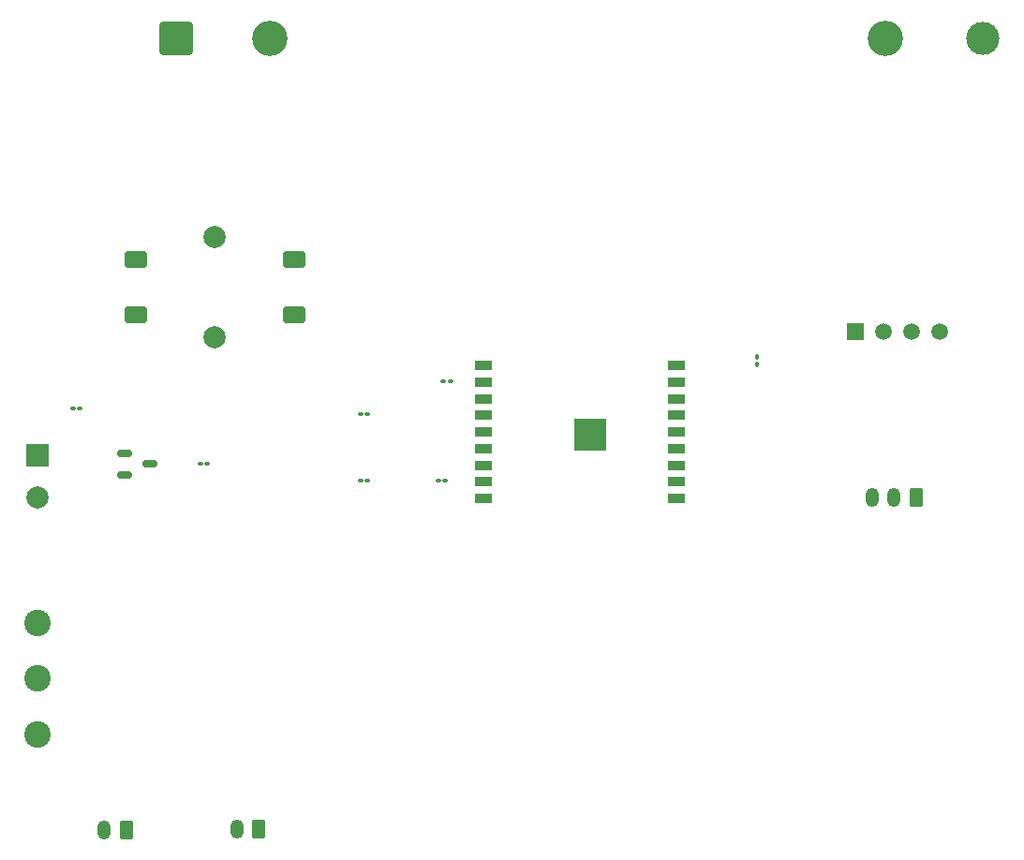
<source format=gbr>
%TF.GenerationSoftware,KiCad,Pcbnew,9.0.4*%
%TF.CreationDate,2025-10-18T23:37:39+08:00*%
%TF.ProjectId,schematics,73636865-6d61-4746-9963-732e6b696361,pre-release*%
%TF.SameCoordinates,Original*%
%TF.FileFunction,Soldermask,Top*%
%TF.FilePolarity,Negative*%
%FSLAX46Y46*%
G04 Gerber Fmt 4.6, Leading zero omitted, Abs format (unit mm)*
G04 Created by KiCad (PCBNEW 9.0.4) date 2025-10-18 23:37:39*
%MOMM*%
%LPD*%
G01*
G04 APERTURE LIST*
G04 Aperture macros list*
%AMRoundRect*
0 Rectangle with rounded corners*
0 $1 Rounding radius*
0 $2 $3 $4 $5 $6 $7 $8 $9 X,Y pos of 4 corners*
0 Add a 4 corners polygon primitive as box body*
4,1,4,$2,$3,$4,$5,$6,$7,$8,$9,$2,$3,0*
0 Add four circle primitives for the rounded corners*
1,1,$1+$1,$2,$3*
1,1,$1+$1,$4,$5*
1,1,$1+$1,$6,$7*
1,1,$1+$1,$8,$9*
0 Add four rect primitives between the rounded corners*
20,1,$1+$1,$2,$3,$4,$5,0*
20,1,$1+$1,$4,$5,$6,$7,0*
20,1,$1+$1,$6,$7,$8,$9,0*
20,1,$1+$1,$8,$9,$2,$3,0*%
G04 Aperture macros list end*
%ADD10RoundRect,0.100000X0.100000X-0.130000X0.100000X0.130000X-0.100000X0.130000X-0.100000X-0.130000X0*%
%ADD11R,1.500000X1.500000*%
%ADD12C,1.500000*%
%ADD13O,1.200000X1.750000*%
%ADD14RoundRect,0.250000X0.350000X0.625000X-0.350000X0.625000X-0.350000X-0.625000X0.350000X-0.625000X0*%
%ADD15RoundRect,0.100000X-0.130000X-0.100000X0.130000X-0.100000X0.130000X0.100000X-0.130000X0.100000X0*%
%ADD16C,2.000000*%
%ADD17RoundRect,0.250000X-0.750000X-0.500000X0.750000X-0.500000X0.750000X0.500000X-0.750000X0.500000X0*%
%ADD18RoundRect,0.150000X-0.512500X-0.150000X0.512500X-0.150000X0.512500X0.150000X-0.512500X0.150000X0*%
%ADD19R,1.500000X0.900000*%
%ADD20C,0.600000*%
%ADD21R,2.900000X2.900000*%
%ADD22C,2.400000*%
%ADD23R,2.000000X2.000000*%
%ADD24C,3.200000*%
%ADD25RoundRect,0.249999X-1.250001X-1.250001X1.250001X-1.250001X1.250001X1.250001X-1.250001X1.250001X0*%
%ADD26C,3.000000*%
%TA.AperFunction,ComponentPad*%
%ADD27R,1.500000X1.500000*%
%TD*%
%TA.AperFunction,ComponentPad*%
%ADD28C,1.500000*%
%TD*%
%TA.AperFunction,ComponentPad*%
%ADD29O,1.200000X1.750000*%
%TD*%
%TA.AperFunction,ComponentPad*%
%ADD30RoundRect,0.250000X0.350000X0.625000X-0.350000X0.625000X-0.350000X-0.625000X0.350000X-0.625000X0*%
%TD*%
%TA.AperFunction,HeatsinkPad*%
%ADD31C,0.600000*%
%TD*%
%TA.AperFunction,ComponentPad*%
%ADD32C,2.400000*%
%TD*%
%TA.AperFunction,ComponentPad*%
%ADD33R,2.000000X2.000000*%
%TD*%
%TA.AperFunction,ComponentPad*%
%ADD34C,2.000000*%
%TD*%
%TA.AperFunction,ComponentPad*%
%ADD35RoundRect,0.249999X-1.250001X-1.250001X1.250001X-1.250001X1.250001X1.250001X-1.250001X1.250001X0*%
%TD*%
%TA.AperFunction,ComponentPad*%
%ADD36C,3.000000*%
%TD*%
G04 APERTURE END LIST*
D10*
%TO.C,REF\u002A\u002A*%
X147000000Y-77335000D03*
X147000000Y-77975000D03*
%TD*%
D11*
%TO.C,REF\u002A\u002A*%
X155880000Y-75000000D03*
D12*
X158420000Y-75000000D03*
X160960000Y-75000000D03*
X163500000Y-75000000D03*
%TD*%
D13*
%TO.C,REF\u002A\u002A*%
X157380000Y-90000000D03*
X159380000Y-90000000D03*
D14*
X161380000Y-90000000D03*
%TD*%
D15*
%TO.C,REF\u002A\u002A*%
X118680000Y-79500000D03*
X119320000Y-79500000D03*
%TD*%
D13*
%TO.C,REF\u002A\u002A*%
X88000000Y-120050000D03*
D14*
X90000000Y-120050000D03*
%TD*%
D13*
%TO.C,REF\u002A\u002A*%
X100000000Y-120000000D03*
D14*
X102000000Y-120000000D03*
%TD*%
D15*
%TO.C,REF\u002A\u002A*%
X111180000Y-82500000D03*
X111820000Y-82500000D03*
%TD*%
D16*
%TO.C,REF\u002A\u002A*%
X98000000Y-66500000D03*
X98000000Y-75500000D03*
D17*
X90850000Y-68500000D03*
X105150000Y-68500000D03*
X90850000Y-73500000D03*
X105150000Y-73500000D03*
%TD*%
D15*
%TO.C,REF\u002A\u002A*%
X96680000Y-87000000D03*
X97320000Y-87000000D03*
%TD*%
D18*
%TO.C,REF\u002A\u002A*%
X89862500Y-86050000D03*
X89862500Y-87950000D03*
X92137500Y-87000000D03*
%TD*%
D15*
%TO.C,REF\u002A\u002A*%
X85180000Y-82000000D03*
X85820000Y-82000000D03*
%TD*%
%TO.C,REF\u002A\u002A*%
X118180000Y-88500000D03*
X118820000Y-88500000D03*
%TD*%
%TO.C,REF\u002A\u002A*%
X111180000Y-88500000D03*
X111820000Y-88500000D03*
%TD*%
D19*
%TO.C,REF\u002A\u002A*%
X122250000Y-78100000D03*
X122250000Y-79600000D03*
X122250000Y-81100000D03*
X122250000Y-82600000D03*
X122250000Y-84100000D03*
X122250000Y-85600000D03*
X122250000Y-87100000D03*
X122250000Y-88600000D03*
X122250000Y-90100000D03*
X139750000Y-90100000D03*
X139750000Y-88600000D03*
X139750000Y-87100000D03*
X139750000Y-85600000D03*
X139750000Y-84100000D03*
X139750000Y-82600000D03*
X139750000Y-81100000D03*
X139750000Y-79600000D03*
X139750000Y-78100000D03*
D20*
X130860000Y-83750000D03*
X130860000Y-84850000D03*
X131410000Y-83200000D03*
X131410000Y-84300000D03*
X131410000Y-85400000D03*
X131960000Y-83750000D03*
D21*
X131960000Y-84300000D03*
D20*
X131960000Y-84850000D03*
X132510000Y-83200000D03*
X132510000Y-84300000D03*
X132510000Y-85400000D03*
X133060000Y-83750000D03*
X133060000Y-84850000D03*
%TD*%
D22*
%TO.C,REF\u002A\u002A*%
X82000000Y-106380000D03*
X82000000Y-101340000D03*
X82000000Y-111420000D03*
D23*
X82000000Y-86220000D03*
D16*
X82000000Y-90000000D03*
%TD*%
D24*
%TO.C,REF\u002A\u002A*%
X102995000Y-48500000D03*
X158605000Y-48500000D03*
D25*
X94550000Y-48500000D03*
D26*
X167450000Y-48500000D03*
%TD*%
D27*
%TO.P,REF\u002A\u002A,1*%
%TO.N,N/C*%
X155880000Y-75000000D03*
D28*
%TO.P,REF\u002A\u002A,2*%
X158420000Y-75000000D03*
%TO.P,REF\u002A\u002A,3*%
X160960000Y-75000000D03*
%TO.P,REF\u002A\u002A,4*%
X163500000Y-75000000D03*
%TD*%
D29*
%TO.P,REF\u002A\u002A,3*%
%TO.N,N/C*%
X157380000Y-90000000D03*
%TO.P,REF\u002A\u002A,2*%
X159380000Y-90000000D03*
D30*
%TO.P,REF\u002A\u002A,1*%
X161380000Y-90000000D03*
%TD*%
D29*
%TO.P,REF\u002A\u002A,2*%
%TO.N,N/C*%
X88000000Y-120050000D03*
D30*
%TO.P,REF\u002A\u002A,1*%
X90000000Y-120050000D03*
%TD*%
D29*
%TO.P,REF\u002A\u002A,2*%
%TO.N,N/C*%
X100000000Y-120000000D03*
D30*
%TO.P,REF\u002A\u002A,1*%
X102000000Y-120000000D03*
%TD*%
D31*
%TO.P,REF\u002A\u002A,19*%
%TO.N,N/C*%
X130860000Y-83750000D03*
X130860000Y-84850000D03*
X131410000Y-83200000D03*
X131410000Y-84300000D03*
X131410000Y-85400000D03*
X131960000Y-83750000D03*
X131960000Y-84850000D03*
X132510000Y-83200000D03*
X132510000Y-84300000D03*
X132510000Y-85400000D03*
X133060000Y-83750000D03*
X133060000Y-84850000D03*
%TD*%
D32*
%TO.P,REF\u002A\u002A,11*%
%TO.N,N/C*%
X82000000Y-106380000D03*
%TO.P,REF\u002A\u002A,12*%
X82000000Y-101340000D03*
%TO.P,REF\u002A\u002A,14*%
X82000000Y-111420000D03*
D33*
%TO.P,REF\u002A\u002A,A1*%
X82000000Y-86220000D03*
D34*
%TO.P,REF\u002A\u002A,A2*%
X82000000Y-90000000D03*
%TD*%
D35*
%TO.P,REF\u002A\u002A,1*%
%TO.N,N/C*%
X94550000Y-48500000D03*
D36*
%TO.P,REF\u002A\u002A,2*%
X167450000Y-48500000D03*
%TD*%
M02*

</source>
